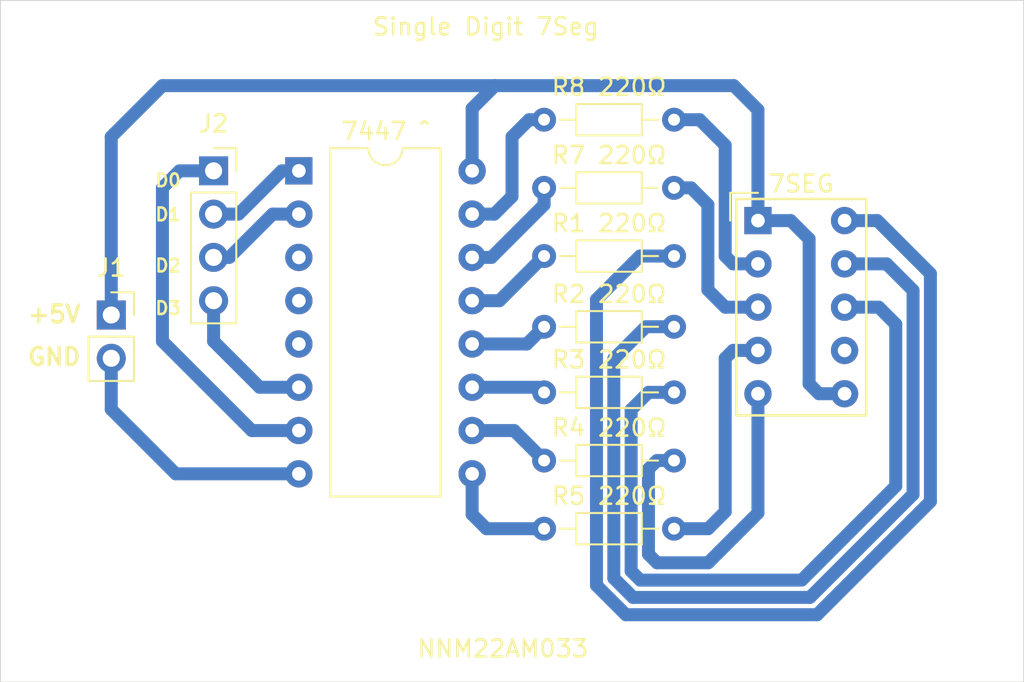
<source format=kicad_pcb>
(kicad_pcb (version 20240108) (generator "pcbnew") (generator_version "8.0")
  (title_block (title "Single Digit 7 Segment") (date "2025-01-28") (rev "V1") (company "Nandan R Pai") (comment 1 "NNM22AM033, Dept. of AIML"))
  (layers (0 "F.Cu" signal) (31 "B.Cu" signal) (34 "B.Paste" user) (35 "F.Paste" user) (36 "B.SilkS" user "B.Silkscreen") (37 "F.SilkS" user "F.Silkscreen") (38 "B.Mask" user) (39 "F.Mask" user) (44 "Edge.Cuts" user))
  (net 0 "")
  (net 1 "GND")
  (net 2 "VCC")
  (net 3 "Net-(J2-Pin_4)")
  (net 4 "Net-(J2-Pin_3)")
  (net 5 "Net-(J2-Pin_2)")
  (net 6 "Net-(J2-Pin_1)")
  (net 7 "Net-(U2-A)")
  (net 8 "Net-(U1-~{a})")
  (net 9 "Net-(U2-B)")
  (net 10 "Net-(U1-~{b})")
  (net 11 "Net-(U1-~{c})")
  (net 12 "Net-(U2-C)")
  (net 13 "Net-(U2-D)")
  (net 14 "Net-(U1-~{d})")
  (net 15 "Net-(U2-E)")
  (net 16 "Net-(U1-~{e})")
  (net 17 "Net-(U1-~{f})")
  (net 18 "Net-(U2-F)")
  (net 19 "Net-(U2-G)")
  (net 20 "Net-(U1-~{g})")
  (footprint "Resistor_THT:R_Axial_DIN0204_L3.6mm_D1.6mm_P7.62mm_Horizontal" (layer "F.Cu") (at 96.42 68.46)
    (property "Reference" "R3 220Ω" (at 3.81 -1.92 0) (layer "F.SilkS"))
    (property "Value" "220Ω" (hide yes))
    (fp_line (start 0.94 0) (end 1.89 0) (stroke (width 0.12)) (layer "F.SilkS"))
    (fp_line (start 1.89 -0.92) (end 1.89 0.92) (stroke (width 0.12)) (layer "F.SilkS"))
    (fp_line (start 1.89 0.92) (end 5.73 0.92) (stroke (width 0.12)) (layer "F.SilkS"))
    (fp_line (start 5.73 -0.92) (end 1.89 -0.92) (stroke (width 0.12)) (layer "F.SilkS"))
    (fp_line (start 5.73 0.92) (end 5.73 -0.92) (stroke (width 0.12)) (layer "F.SilkS"))
    (fp_line (start 6.68 0) (end 5.73 0) (stroke (width 0.12)) (layer "F.SilkS"))
    (pad "1" thru_hole circle (at 0 0) (size 1.4 1.4) (drill 0.7) (layers "*.Cu" "*.Mask") (net 11 "Net-(U1-~{c})"))
    (pad "2" thru_hole oval (at 7.62 0) (size 1.4 1.4) (drill 0.7) (layers "*.Cu" "*.Mask") (net 12 "Net-(U2-C)"))
  )
  (footprint "MountingHole:MountingHole_3.2mm_M3" (layer "F.Cu") (at 68.04 81.96)
    (property "Reference" "REF**" (hide yes))
    (property "Value" "MountingHole_3.2mm_M3" (hide yes))
    (pad "" np_thru_hole circle (at 0 0) (size 3.2 3.2) (drill 3.2) (layers "*.Cu" "*.Mask"))
  )
  (footprint "Resistor_THT:R_Axial_DIN0204_L3.6mm_D1.6mm_P7.62mm_Horizontal" (layer "F.Cu") (at 96.42 76.46)
    (property "Reference" "R5 220Ω" (at 3.81 -1.92 0) (layer "F.SilkS"))
    (property "Value" "220Ω" (hide yes))
    (fp_line (start 0.94 0) (end 1.89 0) (stroke (width 0.12)) (layer "F.SilkS"))
    (fp_line (start 1.89 -0.92) (end 1.89 0.92) (stroke (width 0.12)) (layer "F.SilkS"))
    (fp_line (start 1.89 0.92) (end 5.73 0.92) (stroke (width 0.12)) (layer "F.SilkS"))
    (fp_line (start 5.73 -0.92) (end 1.89 -0.92) (stroke (width 0.12)) (layer "F.SilkS"))
    (fp_line (start 5.73 0.92) (end 5.73 -0.92) (stroke (width 0.12)) (layer "F.SilkS"))
    (fp_line (start 6.68 0) (end 5.73 0) (stroke (width 0.12)) (layer "F.SilkS"))
    (pad "1" thru_hole circle (at 0 0) (size 1.4 1.4) (drill 0.7) (layers "*.Cu" "*.Mask") (net 16 "Net-(U1-~{e})"))
    (pad "2" thru_hole oval (at 7.62 0) (size 1.4 1.4) (drill 0.7) (layers "*.Cu" "*.Mask") (net 15 "Net-(U2-E)"))
  )
  (footprint "Resistor_THT:R_Axial_DIN0204_L3.6mm_D1.6mm_P7.62mm_Horizontal" (layer "F.Cu") (at 96.42 56.46)
    (property "Reference" "R7 220Ω" (at 3.81 -1.92 0) (layer "F.SilkS"))
    (property "Value" "220Ω" (hide yes))
    (fp_line (start 0.94 0) (end 1.89 0) (stroke (width 0.12)) (layer "F.SilkS"))
    (fp_line (start 1.89 -0.92) (end 1.89 0.92) (stroke (width 0.12)) (layer "F.SilkS"))
    (fp_line (start 1.89 0.92) (end 5.73 0.92) (stroke (width 0.12)) (layer "F.SilkS"))
    (fp_line (start 5.73 -0.92) (end 1.89 -0.92) (stroke (width 0.12)) (layer "F.SilkS"))
    (fp_line (start 5.73 0.92) (end 5.73 -0.92) (stroke (width 0.12)) (layer "F.SilkS"))
    (fp_line (start 6.68 0) (end 5.73 0) (stroke (width 0.12)) (layer "F.SilkS"))
    (pad "1" thru_hole circle (at 0 0) (size 1.4 1.4) (drill 0.7) (layers "*.Cu" "*.Mask") (net 20 "Net-(U1-~{g})"))
    (pad "2" thru_hole oval (at 7.62 0) (size 1.4 1.4) (drill 0.7) (layers "*.Cu" "*.Mask") (net 19 "Net-(U2-G)"))
  )
  (footprint "MountingHole:MountingHole_3.2mm_M3" (layer "F.Cu") (at 121.04 81.96)
    (property "Reference" "REF**" (hide yes))
    (property "Value" "MountingHole_3.2mm_M3" (hide yes))
    (pad "" np_thru_hole circle (at 0 0) (size 3.2 3.2) (drill 3.2) (layers "*.Cu" "*.Mask"))
  )
  (footprint "Resistor_THT:R_Axial_DIN0204_L3.6mm_D1.6mm_P7.62mm_Horizontal" (layer "F.Cu") (at 96.42 72.46)
    (property "Reference" "R4 220Ω" (at 3.81 -1.92 0) (layer "F.SilkS"))
    (property "Value" "220Ω" (hide yes))
    (fp_line (start 0.94 0) (end 1.89 0) (stroke (width 0.12)) (layer "F.SilkS"))
    (fp_line (start 1.89 -0.92) (end 1.89 0.92) (stroke (width 0.12)) (layer "F.SilkS"))
    (fp_line (start 1.89 0.92) (end 5.73 0.92) (stroke (width 0.12)) (layer "F.SilkS"))
    (fp_line (start 5.73 -0.92) (end 1.89 -0.92) (stroke (width 0.12)) (layer "F.SilkS"))
    (fp_line (start 5.73 0.92) (end 5.73 -0.92) (stroke (width 0.12)) (layer "F.SilkS"))
    (fp_line (start 6.68 0) (end 5.73 0) (stroke (width 0.12)) (layer "F.SilkS"))
    (pad "1" thru_hole circle (at 0 0) (size 1.4 1.4) (drill 0.7) (layers "*.Cu" "*.Mask") (net 14 "Net-(U1-~{d})"))
    (pad "2" thru_hole oval (at 7.62 0) (size 1.4 1.4) (drill 0.7) (layers "*.Cu" "*.Mask") (net 13 "Net-(U2-D)"))
  )
  (footprint "Resistor_THT:R_Axial_DIN0204_L3.6mm_D1.6mm_P7.62mm_Horizontal" (layer "F.Cu") (at 96.42 52.46)
    (property "Reference" "R8 220Ω" (at 3.81 -1.92 0) (layer "F.SilkS"))
    (property "Value" "220Ω" (hide yes))
    (fp_line (start 0.94 0) (end 1.89 0) (stroke (width 0.12)) (layer "F.SilkS"))
    (fp_line (start 1.89 -0.92) (end 1.89 0.92) (stroke (width 0.12)) (layer "F.SilkS"))
    (fp_line (start 1.89 0.92) (end 5.73 0.92) (stroke (width 0.12)) (layer "F.SilkS"))
    (fp_line (start 5.73 -0.92) (end 1.89 -0.92) (stroke (width 0.12)) (layer "F.SilkS"))
    (fp_line (start 5.73 0.92) (end 5.73 -0.92) (stroke (width 0.12)) (layer "F.SilkS"))
    (fp_line (start 6.68 0) (end 5.73 0) (stroke (width 0.12)) (layer "F.SilkS"))
    (pad "1" thru_hole circle (at 0 0) (size 1.4 1.4) (drill 0.7) (layers "*.Cu" "*.Mask") (net 17 "Net-(U1-~{f})"))
    (pad "2" thru_hole oval (at 7.62 0) (size 1.4 1.4) (drill 0.7) (layers "*.Cu" "*.Mask") (net 18 "Net-(U2-F)"))
  )
  (footprint "Resistor_THT:R_Axial_DIN0204_L3.6mm_D1.6mm_P7.62mm_Horizontal" (layer "F.Cu") (at 96.42 64.61)
    (property "Reference" "R2 220Ω" (at 3.81 -1.92 0) (layer "F.SilkS"))
    (property "Value" "220Ω" (hide yes))
    (fp_line (start 0.94 0) (end 1.89 0) (stroke (width 0.12)) (layer "F.SilkS"))
    (fp_line (start 1.89 -0.92) (end 1.89 0.92) (stroke (width 0.12)) (layer "F.SilkS"))
    (fp_line (start 1.89 0.92) (end 5.73 0.92) (stroke (width 0.12)) (layer "F.SilkS"))
    (fp_line (start 5.73 -0.92) (end 1.89 -0.92) (stroke (width 0.12)) (layer "F.SilkS"))
    (fp_line (start 5.73 0.92) (end 5.73 -0.92) (stroke (width 0.12)) (layer "F.SilkS"))
    (fp_line (start 6.68 0) (end 5.73 0) (stroke (width 0.12)) (layer "F.SilkS"))
    (pad "1" thru_hole circle (at 0 0) (size 1.4 1.4) (drill 0.7) (layers "*.Cu" "*.Mask") (net 10 "Net-(U1-~{b})"))
    (pad "2" thru_hole oval (at 7.62 0) (size 1.4 1.4) (drill 0.7) (layers "*.Cu" "*.Mask") (net 9 "Net-(U2-B)"))
  )
  (footprint "Display_7Segment:HDSP-7401" (layer "F.Cu") (at 108.96 58.38)
    (property "Reference" "7SEG" (at 2.54 -2.159 0) (layer "F.SilkS"))
    (property "Value" "SA39-12EWA")
    (fp_line (start -1.63 -1.63) (end 0 -1.63) (stroke (width 0.12)) (layer "F.SilkS"))
    (fp_line (start -1.63 0) (end -1.63 -1.63) (stroke (width 0.12)) (layer "F.SilkS"))
    (fp_line (start -1.27 -1.27) (end -1.27 11.43) (stroke (width 0.15)) (layer "F.SilkS"))
    (fp_line (start -1.27 11.43) (end 6.35 11.43) (stroke (width 0.15)) (layer "F.SilkS"))
    (fp_line (start 6.35 -1.27) (end -1.27 -1.27) (stroke (width 0.15)) (layer "F.SilkS"))
    (fp_line (start 6.35 11.43) (end 6.35 -1.27) (stroke (width 0.15)) (layer "F.SilkS"))
    (pad "1" thru_hole rect (at 0 0) (size 1.6 1.6) (drill 0.8) (layers "*.Cu" "*.Mask") (net 2 "VCC"))
    (pad "2" thru_hole circle (at 0 2.54) (size 1.6 1.6) (drill 0.8) (layers "*.Cu" "*.Mask") (net 18 "Net-(U2-F)"))
    (pad "3" thru_hole circle (at 0 5.08) (size 1.6 1.6) (drill 0.8) (layers "*.Cu" "*.Mask") (net 19 "Net-(U2-G)"))
    (pad "4" thru_hole circle (at 0 7.62) (size 1.6 1.6) (drill 0.8) (layers "*.Cu" "*.Mask") (net 15 "Net-(U2-E)"))
    (pad "5" thru_hole circle (at 0 10.16) (size 1.6 1.6) (drill 0.8) (layers "*.Cu" "*.Mask") (net 13 "Net-(U2-D)"))
    (pad "6" thru_hole circle (at 5.08 10.16) (size 1.6 1.6) (drill 0.8) (layers "*.Cu" "*.Mask") (net 2 "VCC"))
    (pad "7" thru_hole circle (at 5.08 7.62) (size 1.6 1.6) (drill 0.8) (layers "*.Cu" "*.Mask"))
    (pad "8" thru_hole circle (at 5.08 5.08) (size 1.6 1.6) (drill 0.8) (layers "*.Cu" "*.Mask") (net 12 "Net-(U2-C)"))
    (pad "9" thru_hole circle (at 5.08 2.54) (size 1.6 1.6) (drill 0.8) (layers "*.Cu" "*.Mask") (net 9 "Net-(U2-B)"))
    (pad "10" thru_hole circle (at 5.08 0) (size 1.6 1.6) (drill 0.8) (layers "*.Cu" "*.Mask") (net 7 "Net-(U2-A)"))
  )
  (footprint "MountingHole:MountingHole_3.2mm_M3" (layer "F.Cu") (at 68.04 48.96)
    (property "Reference" "REF**" (hide yes))
    (property "Value" "MountingHole_3.2mm_M3" (hide yes))
    (pad "" np_thru_hole circle (at 0 0) (size 3.2 3.2) (drill 3.2) (layers "*.Cu" "*.Mask"))
  )
  (footprint "Connector_PinSocket_2.54mm:PinSocket_1x02_P2.54mm_Vertical" (layer "F.Cu") (at 71.04 63.92)
    (property "Reference" "J1" (at 0 -2.77 0) (layer "F.SilkS"))
    (property "Value" "Conn_01x02_Pin" (hide yes))
    (fp_line (start -1.33 1.27) (end -1.33 3.87) (stroke (width 0.12)) (layer "F.SilkS"))
    (fp_line (start -1.33 1.27) (end 1.33 1.27) (stroke (width 0.12)) (layer "F.SilkS"))
    (fp_line (start -1.33 3.87) (end 1.33 3.87) (stroke (width 0.12)) (layer "F.SilkS"))
    (fp_line (start 0 -1.33) (end 1.33 -1.33) (stroke (width 0.12)) (layer "F.SilkS"))
    (fp_line (start 1.33 -1.33) (end 1.33 0) (stroke (width 0.12)) (layer "F.SilkS"))
    (fp_line (start 1.33 1.27) (end 1.33 3.87) (stroke (width 0.12)) (layer "F.SilkS"))
    (pad "1" thru_hole rect (at 0 0) (size 1.7 1.7) (drill 1) (layers "*.Cu" "*.Mask") (net 2 "VCC"))
    (pad "2" thru_hole oval (at 0 2.54) (size 1.7 1.7) (drill 1) (layers "*.Cu" "*.Mask") (net 1 "GND"))
  )
  (footprint "MountingHole:MountingHole_3.2mm_M3" (layer "F.Cu") (at 121.04 48.96)
    (property "Reference" "REF**" (hide yes))
    (property "Value" "MountingHole_3.2mm_M3" (hide yes))
    (pad "" np_thru_hole circle (at 0 0) (size 3.2 3.2) (drill 3.2) (layers "*.Cu" "*.Mask"))
  )
  (footprint "Resistor_THT:R_Axial_DIN0204_L3.6mm_D1.6mm_P7.62mm_Horizontal" (layer "F.Cu") (at 96.42 60.46)
    (property "Reference" "R1 220Ω" (at 3.81 -1.92 0) (layer "F.SilkS"))
    (property "Value" "220Ω" (hide yes))
    (fp_line (start 0.94 0) (end 1.89 0) (stroke (width 0.12)) (layer "F.SilkS"))
    (fp_line (start 1.89 -0.92) (end 1.89 0.92) (stroke (width 0.12)) (layer "F.SilkS"))
    (fp_line (start 1.89 0.92) (end 5.73 0.92) (stroke (width 0.12)) (layer "F.SilkS"))
    (fp_line (start 5.73 -0.92) (end 1.89 -0.92) (stroke (width 0.12)) (layer "F.SilkS"))
    (fp_line (start 5.73 0.92) (end 5.73 -0.92) (stroke (width 0.12)) (layer "F.SilkS"))
    (fp_line (start 6.68 0) (end 5.73 0) (stroke (width 0.12)) (layer "F.SilkS"))
    (pad "1" thru_hole circle (at 0 0) (size 1.4 1.4) (drill 0.7) (layers "*.Cu" "*.Mask") (net 8 "Net-(U1-~{a})"))
    (pad "2" thru_hole oval (at 7.62 0) (size 1.4 1.4) (drill 0.7) (layers "*.Cu" "*.Mask") (net 7 "Net-(U2-A)"))
  )
  (footprint "Package_DIP:DIP-16_W10.16mm" (layer "F.Cu") (at 82.04 55.46)
    (property "Reference" "7447 ^" (at 5.08 -2.33 0) (layer "F.SilkS"))
    (property "Value" "7447" (hide yes))
    (fp_line (start 1.845 -1.33) (end 1.845 19.11) (stroke (width 0.12)) (layer "F.SilkS"))
    (fp_line (start 1.845 19.11) (end 8.315 19.11) (stroke (width 0.12)) (layer "F.SilkS"))
    (fp_line (start 4.08 -1.33) (end 1.845 -1.33) (stroke (width 0.12)) (layer "F.SilkS"))
    (fp_line (start 8.315 -1.33) (end 6.08 -1.33) (stroke (width 0.12)) (layer "F.SilkS"))
    (fp_line (start 8.315 19.11) (end 8.315 -1.33) (stroke (width 0.12)) (layer "F.SilkS"))
    (fp_arc (start 6.08 -1.33) (mid 5.08 -0.33) (end 4.08 -1.33) (stroke (width 0.12)) (layer "F.SilkS"))
    (pad "1" thru_hole rect (at 0 0) (size 1.6 1.6) (drill 0.8) (layers "*.Cu" "*.Mask") (net 5 "Net-(J2-Pin_2)"))
    (pad "2" thru_hole oval (at 0 2.54) (size 1.6 1.6) (drill 0.8) (layers "*.Cu" "*.Mask") (net 4 "Net-(J2-Pin_3)"))
    (pad "3" thru_hole oval (at 0 5.08) (size 1.6 1.6) (drill 0.8) (layers "*.Cu" "*.Mask"))
    (pad "4" thru_hole oval (at 0 7.62) (size 1.6 1.6) (drill 0.8) (layers "*.Cu" "*.Mask"))
    (pad "5" thru_hole oval (at 0 10.16) (size 1.6 1.6) (drill 0.8) (layers "*.Cu" "*.Mask"))
    (pad "6" thru_hole oval (at 0 12.7) (size 1.6 1.6) (drill 0.8) (layers "*.Cu" "*.Mask") (net 3 "Net-(J2-Pin_4)"))
    (pad "7" thru_hole oval (at 0 15.24) (size 1.6 1.6) (drill 0.8) (layers "*.Cu" "*.Mask") (net 6 "Net-(J2-Pin_1)"))
    (pad "8" thru_hole oval (at 0 17.78) (size 1.6 1.6) (drill 0.8) (layers "*.Cu" "*.Mask") (net 1 "GND"))
    (pad "9" thru_hole oval (at 10.16 17.78) (size 1.6 1.6) (drill 0.8) (layers "*.Cu" "*.Mask") (net 16 "Net-(U1-~{e})"))
    (pad "10" thru_hole oval (at 10.16 15.24) (size 1.6 1.6) (drill 0.8) (layers "*.Cu" "*.Mask") (net 14 "Net-(U1-~{d})"))
    (pad "11" thru_hole oval (at 10.16 12.7) (size 1.6 1.6) (drill 0.8) (layers "*.Cu" "*.Mask") (net 11 "Net-(U1-~{c})"))
    (pad "12" thru_hole oval (at 10.16 10.16) (size 1.6 1.6) (drill 0.8) (layers "*.Cu" "*.Mask") (net 10 "Net-(U1-~{b})"))
    (pad "13" thru_hole oval (at 10.16 7.62) (size 1.6 1.6) (drill 0.8) (layers "*.Cu" "*.Mask") (net 8 "Net-(U1-~{a})"))
    (pad "14" thru_hole oval (at 10.16 5.08) (size 1.6 1.6) (drill 0.8) (layers "*.Cu" "*.Mask") (net 20 "Net-(U1-~{g})"))
    (pad "15" thru_hole oval (at 10.16 2.54) (size 1.6 1.6) (drill 0.8) (layers "*.Cu" "*.Mask") (net 17 "Net-(U1-~{f})"))
    (pad "16" thru_hole oval (at 10.16 0) (size 1.6 1.6) (drill 0.8) (layers "*.Cu" "*.Mask") (net 2 "VCC"))
  )
  (footprint "Connector_PinSocket_2.54mm:PinSocket_1x04_P2.54mm_Vertical" (layer "F.Cu") (at 77.04 55.46)
    (property "Reference" "J2" (at 0 -2.77 0) (layer "F.SilkS"))
    (property "Value" "Conn_01x04_Pin" (hide yes))
    (fp_line (start -1.33 1.27) (end -1.33 8.95) (stroke (width 0.12)) (layer "F.SilkS"))
    (fp_line (start -1.33 1.27) (end 1.33 1.27) (stroke (width 0.12)) (layer "F.SilkS"))
    (fp_line (start -1.33 8.95) (end 1.33 8.95) (stroke (width 0.12)) (layer "F.SilkS"))
    (fp_line (start 0 -1.33) (end 1.33 -1.33) (stroke (width 0.12)) (layer "F.SilkS"))
    (fp_line (start 1.33 -1.33) (end 1.33 0) (stroke (width 0.12)) (layer "F.SilkS"))
    (fp_line (start 1.33 1.27) (end 1.33 8.95) (stroke (width 0.12)) (layer "F.SilkS"))
    (pad "1" thru_hole rect (at 0 0) (size 1.7 1.7) (drill 1) (layers "*.Cu" "*.Mask") (net 6 "Net-(J2-Pin_1)"))
    (pad "2" thru_hole oval (at 0 2.54) (size 1.7 1.7) (drill 1) (layers "*.Cu" "*.Mask") (net 5 "Net-(J2-Pin_2)"))
    (pad "3" thru_hole oval (at 0 5.08) (size 1.7 1.7) (drill 1) (layers "*.Cu" "*.Mask") (net 4 "Net-(J2-Pin_3)"))
    (pad "4" thru_hole oval (at 0 7.62) (size 1.7 1.7) (drill 1) (layers "*.Cu" "*.Mask") (net 3 "Net-(J2-Pin_4)"))
  )
  (gr_rect (start 64.54 45.46) (end 124.54 85.46) (stroke (width 0.05)) (fill none) (layer "Edge.Cuts"))
  (gr_text "+5V" (at 66.04 64.46 0) (layer "F.SilkS") (effects (font (size 1 1) (thickness 0.2) (bold yes)) (justify left bottom)))
  (gr_text "D0" (at 73.54 56.46 0) (layer "F.SilkS") (effects (font (size 0.75 0.75) (thickness 0.15) (bold yes)) (justify left bottom)))
  (gr_text "NNM22AM033" (at 94 83.5 0) (layer "F.SilkS") (effects (font (size 1 1))))
  (gr_text "D3" (at 73.54 63.96 0) (layer "F.SilkS") (effects (font (size 0.75 0.75) (thickness 0.15) (bold yes)) (justify left bottom)))
  (gr_text "GND" (at 66.04 66.96 0) (layer "F.SilkS") (effects (font (size 1 1) (thickness 0.2) (bold yes)) (justify left bottom)))
  (gr_text "D2" (at 73.54 61.46 0) (layer "F.SilkS") (effects (font (size 0.75 0.75) (thickness 0.15) (bold yes)) (justify left bottom)))
  (gr_text "Single Digit 7Seg" (at 93 47 0) (layer "F.SilkS") (effects (font (size 1 1))))
  (gr_text "D1" (at 73.54 58.46 0) (layer "F.SilkS") (effects (font (size 0.75 0.75) (thickness 0.15) (bold yes)) (justify left bottom)))
  (segment (start 74.82 73.24) (end 82.04 73.24) (width 0.762) (layer "B.Cu") (net 1))
  (segment (start 71.04 69.46) (end 74.82 73.24) (width 0.762) (layer "B.Cu") (net 1))
  (segment (start 71.04 66.46) (end 71.04 69.46) (width 0.762) (layer "B.Cu") (net 1))
  (segment (start 111.96 59.46) (end 111.96 67.96) (width 0.762) (layer "B.Cu") (net 2))
  (segment (start 110.88 58.38) (end 111.96 59.46) (width 0.762) (layer "B.Cu") (net 2))
  (segment (start 107.54 50.46) (end 93.54 50.46) (width 0.762) (layer "B.Cu") (net 2))
  (segment (start 108.96 51.88) (end 107.54 50.46) (width 0.762) (layer "B.Cu") (net 2))
  (segment (start 71.04 63.92) (end 71.04 53.46) (width 0.762) (layer "B.Cu") (net 2))
  (segment (start 92.2 51.8) (end 93.54 50.46) (width 0.762) (layer "B.Cu") (net 2))
  (segment (start 109.04 58.46) (end 108.96 58.38) (width 0.762) (layer "B.Cu") (net 2))
  (segment (start 112.54 68.54) (end 114.04 68.54) (width 0.762) (layer "B.Cu") (net 2))
  (segment (start 108.96 58.38) (end 108.96 51.88) (width 0.762) (layer "B.Cu") (net 2))
  (segment (start 111.96 67.96) (end 112.54 68.54) (width 0.762) (layer "B.Cu") (net 2))
  (segment (start 108.96 58.38) (end 110.88 58.38) (width 0.762) (layer "B.Cu") (net 2))
  (segment (start 71.04 53.46) (end 74.04 50.46) (width 0.762) (layer "B.Cu") (net 2))
  (segment (start 92.2 55.46) (end 92.2 51.8) (width 0.762) (layer "B.Cu") (net 2))
  (segment (start 74.04 50.46) (end 93.54 50.46) (width 0.762) (layer "B.Cu") (net 2))
  (segment (start 77.04 65.46) (end 79.74 68.16) (width 0.762) (layer "B.Cu") (net 3))
  (segment (start 79.74 68.16) (end 82.04 68.16) (width 0.762) (layer "B.Cu") (net 3))
  (segment (start 77.04 63.08) (end 77.04 65.46) (width 0.762) (layer "B.Cu") (net 3))
  (segment (start 82.04 58) (end 80.5 58) (width 0.762) (layer "B.Cu") (net 4))
  (segment (start 80.5 58) (end 77.96 60.54) (width 0.762) (layer "B.Cu") (net 4))
  (segment (start 77.96 60.54) (end 77.04 60.54) (width 0.762) (layer "B.Cu") (net 4))
  (segment (start 77.04 58) (end 78.5 58) (width 0.762) (layer "B.Cu") (net 5))
  (segment (start 81.04 55.46) (end 82.04 55.46) (width 0.762) (layer "B.Cu") (net 5))
  (segment (start 78.5 58) (end 81.04 55.46) (width 0.762) (layer "B.Cu") (net 5))
  (segment (start 74.04 65.46) (end 79.28 70.7) (width 0.762) (layer "B.Cu") (net 6))
  (segment (start 74.04 56.46) (end 74.04 65.46) (width 0.762) (layer "B.Cu") (net 6))
  (segment (start 79.28 70.7) (end 82.04 70.7) (width 0.762) (layer "B.Cu") (net 6))
  (segment (start 77.04 55.46) (end 75.04 55.46) (width 0.762) (layer "B.Cu") (net 6))
  (segment (start 75.04 55.46) (end 74.04 56.46) (width 0.762) (layer "B.Cu") (net 6))
  (segment (start 112.42884 81.508) (end 118.75842 75.17842) (width 0.762) (layer "B.Cu") (net 7))
  (segment (start 101.214318 81.508) (end 112.42884 81.508) (width 0.762) (layer "B.Cu") (net 7))
  (segment (start 119.072 61.492) (end 115.96 58.38) (width 0.762) (layer "B.Cu") (net 7))
  (segment (start 102.04 60.46) (end 99.492 63.008) (width 0.762) (layer "B.Cu") (net 7))
  (segment (start 99.492 79.785682) (end 101.214318 81.508) (width 0.762) (layer "B.Cu") (net 7))
  (segment (start 99.492 63.008) (end 99.492 79.785682) (width 0.762) (layer "B.Cu") (net 7))
  (segment (start 119.072 74.864841) (end 119.072 61.492) (width 0.762) (layer "B.Cu") (net 7))
  (segment (start 118.75842 75.17842) (end 119.072 74.864841) (width 0.762) (layer "B.Cu") (net 7))
  (segment (start 115.96 58.38) (end 114.04 58.38) (width 0.762) (layer "B.Cu") (net 7))
  (segment (start 104.04 60.46) (end 102.04 60.46) (width 0.762) (layer "B.Cu") (net 7))
  (segment (start 93.8 63.08) (end 92.2 63.08) (width 0.762) (layer "B.Cu") (net 8))
  (segment (start 96.42 60.46) (end 93.8 63.08) (width 0.762) (layer "B.Cu") (net 8))
  (segment (start 101.635159 80.492) (end 112.008 80.492) (width 0.762) (layer "B.Cu") (net 9))
  (segment (start 116.5 60.92) (end 114.04 60.92) (width 0.762) (layer "B.Cu") (net 9))
  (segment (start 102.39 64.61) (end 100.508 66.492) (width 0.762) (layer "B.Cu") (net 9))
  (segment (start 100.508 79.364841) (end 101.635159 80.492) (width 0.762) (layer "B.Cu") (net 9))
  (segment (start 118.056 74.444) (end 118.056 62.476) (width 0.762) (layer "B.Cu") (net 9))
  (segment (start 100.508 66.492) (end 100.508 79.364841) (width 0.762) (layer "B.Cu") (net 9))
  (segment (start 104.04 64.61) (end 102.39 64.61) (width 0.762) (layer "B.Cu") (net 9))
  (segment (start 118.056 62.476) (end 116.5 60.92) (width 0.762) (layer "B.Cu") (net 9))
  (segment (start 112.008 80.492) (end 118.056 74.444) (width 0.762) (layer "B.Cu") (net 9))
  (segment (start 95.41 65.62) (end 96.42 64.61) (width 0.762) (layer "B.Cu") (net 10))
  (segment (start 92.2 65.62) (end 95.41 65.62) (width 0.762) (layer "B.Cu") (net 10))
  (segment (start 96.12 68.16) (end 96.42 68.46) (width 0.762) (layer "B.Cu") (net 11))
  (segment (start 92.2 68.16) (end 96.12 68.16) (width 0.762) (layer "B.Cu") (net 11))
  (segment (start 102.54 68.46) (end 104.04 68.46) (width 0.762) (layer "B.Cu") (net 12))
  (segment (start 101.524 78.944) (end 101.524 69.476) (width 0.762) (layer "B.Cu") (net 12))
  (segment (start 117.04 64.46) (end 117.04 73.96) (width 0.762) (layer "B.Cu") (net 12))
  (segment (start 117.04 73.96) (end 111.524 79.476) (width 0.762) (layer "B.Cu") (net 12))
  (segment (start 114.04 63.46) (end 116.04 63.46) (width 0.762) (layer "B.Cu") (net 12))
  (segment (start 111.524 79.476) (end 102.056 79.476) (width 0.762) (layer "B.Cu") (net 12))
  (segment (start 102.056 79.476) (end 101.524 78.944) (width 0.762) (layer "B.Cu") (net 12))
  (segment (start 101.524 69.476) (end 102.54 68.46) (width 0.762) (layer "B.Cu") (net 12))
  (segment (start 116.04 63.46) (end 117.04 64.46) (width 0.762) (layer "B.Cu") (net 12))
  (segment (start 103.04 78.46) (end 102.54 77.96) (width 0.762) (layer "B.Cu") (net 13))
  (segment (start 108.96 75.54) (end 106.04 78.46) (width 0.762) (layer "B.Cu") (net 13))
  (segment (start 102.54 77.96) (end 102.54 72.96) (width 0.762) (layer "B.Cu") (net 13))
  (segment (start 106.04 78.46) (end 103.04 78.46) (width 0.762) (layer "B.Cu") (net 13))
  (segment (start 103.04 72.46) (end 104.04 72.46) (width 0.762) (layer "B.Cu") (net 13))
  (segment (start 108.96 68.54) (end 108.96 75.54) (width 0.762) (layer "B.Cu") (net 13))
  (segment (start 102.54 72.96) (end 103.04 72.46) (width 0.762) (layer "B.Cu") (net 13))
  (segment (start 94.66 70.7) (end 96.42 72.46) (width 0.762) (layer "B.Cu") (net 14))
  (segment (start 92.2 70.7) (end 94.66 70.7) (width 0.762) (layer "B.Cu") (net 14))
  (segment (start 106.04 76.46) (end 107.04 75.46) (width 0.762) (layer "B.Cu") (net 15))
  (segment (start 108.96 66) (end 107.5 66) (width 0.762) (layer "B.Cu") (net 15))
  (segment (start 104.04 76.46) (end 106.04 76.46) (width 0.762) (layer "B.Cu") (net 15))
  (segment (start 107.5 66) (end 107.04 66.46) (width 0.762) (layer "B.Cu") (net 15))
  (segment (start 107.04 66.46) (end 107.04 75.46) (width 0.762) (layer "B.Cu") (net 15))
  (segment (start 92.2 75.62) (end 93.04 76.46) (width 0.762) (layer "B.Cu") (net 16))
  (segment (start 93.04 76.46) (end 96.42 76.46) (width 0.762) (layer "B.Cu") (net 16))
  (segment (start 92.2 73.24) (end 92.2 75.62) (width 0.762) (layer "B.Cu") (net 16))
  (segment (start 95.54 52.46) (end 94.54 53.46) (width 0.762) (layer "B.Cu") (net 17))
  (segment (start 93.5 58) (end 92.2 58) (width 0.762) (layer "B.Cu") (net 17))
  (segment (start 94.54 56.96) (end 93.5 58) (width 0.762) (layer "B.Cu") (net 17))
  (segment (start 94.54 53.46) (end 94.54 56.96) (width 0.762) (layer "B.Cu") (net 17))
  (segment (start 96.42 52.46) (end 95.54 52.46) (width 0.762) (layer "B.Cu") (net 17))
  (segment (start 108.96 60.92) (end 107.5 60.92) (width 0.762) (layer "B.Cu") (net 18))
  (segment (start 105.54 52.46) (end 104.04 52.46) (width 0.762) (layer "B.Cu") (net 18))
  (segment (start 107.5 60.92) (end 107.04 60.46) (width 0.762) (layer "B.Cu") (net 18))
  (segment (start 107.04 53.96) (end 105.54 52.46) (width 0.762) (layer "B.Cu") (net 18))
  (segment (start 107.04 60.46) (end 107.04 53.96) (width 0.762) (layer "B.Cu") (net 18))
  (segment (start 105.04 56.46) (end 104.04 56.46) (width 0.762) (layer "B.Cu") (net 19))
  (segment (start 107.04 63.46) (end 106.024 62.444) (width 0.762) (layer "B.Cu") (net 19))
  (segment (start 106.024 62.444) (end 106.024 57.444) (width 0.762) (layer "B.Cu") (net 19))
  (segment (start 106.024 57.444) (end 105.04 56.46) (width 0.762) (layer "B.Cu") (net 19))
  (segment (start 108.96 63.46) (end 107.04 63.46) (width 0.762) (layer "B.Cu") (net 19))
  (segment (start 92.2 60.54) (end 93.33137 60.54) (width 0.762) (layer "B.Cu") (net 20))
  (segment (start 93.33137 60.54) (end 96.42 57.45137) (width 0.762) (layer "B.Cu") (net 20))
  (segment (start 96.42 57.45137) (end 96.42 56.46) (width 0.762) (layer "B.Cu") (net 20))
)
</source>
